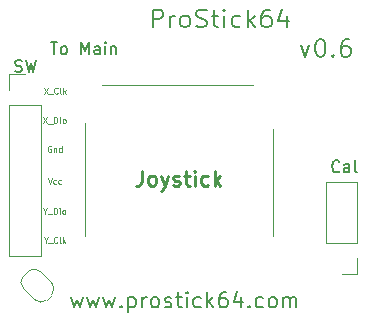
<source format=gbr>
G04 #@! TF.GenerationSoftware,KiCad,Pcbnew,(5.1.6-0-10_14)*
G04 #@! TF.CreationDate,2020-11-17T18:44:15+01:00*
G04 #@! TF.ProjectId,ProStick64_PCB_v6,50726f53-7469-4636-9b36-345f5043425f,rev?*
G04 #@! TF.SameCoordinates,Original*
G04 #@! TF.FileFunction,Legend,Top*
G04 #@! TF.FilePolarity,Positive*
%FSLAX46Y46*%
G04 Gerber Fmt 4.6, Leading zero omitted, Abs format (unit mm)*
G04 Created by KiCad (PCBNEW (5.1.6-0-10_14)) date 2020-11-17 18:44:15*
%MOMM*%
%LPD*%
G01*
G04 APERTURE LIST*
%ADD10C,0.150000*%
%ADD11C,0.100000*%
%ADD12C,0.120000*%
%ADD13C,0.254000*%
G04 APERTURE END LIST*
D10*
X136904761Y-85021428D02*
X137152380Y-85888095D01*
X137400000Y-85269047D01*
X137647619Y-85888095D01*
X137895238Y-85021428D01*
X138266666Y-85021428D02*
X138514285Y-85888095D01*
X138761904Y-85269047D01*
X139009523Y-85888095D01*
X139257142Y-85021428D01*
X139628571Y-85021428D02*
X139876190Y-85888095D01*
X140123809Y-85269047D01*
X140371428Y-85888095D01*
X140619047Y-85021428D01*
X141114285Y-85764285D02*
X141176190Y-85826190D01*
X141114285Y-85888095D01*
X141052380Y-85826190D01*
X141114285Y-85764285D01*
X141114285Y-85888095D01*
X141733333Y-85021428D02*
X141733333Y-86321428D01*
X141733333Y-85083333D02*
X141857142Y-85021428D01*
X142104761Y-85021428D01*
X142228571Y-85083333D01*
X142290476Y-85145238D01*
X142352380Y-85269047D01*
X142352380Y-85640476D01*
X142290476Y-85764285D01*
X142228571Y-85826190D01*
X142104761Y-85888095D01*
X141857142Y-85888095D01*
X141733333Y-85826190D01*
X142909523Y-85888095D02*
X142909523Y-85021428D01*
X142909523Y-85269047D02*
X142971428Y-85145238D01*
X143033333Y-85083333D01*
X143157142Y-85021428D01*
X143280952Y-85021428D01*
X143900000Y-85888095D02*
X143776190Y-85826190D01*
X143714285Y-85764285D01*
X143652380Y-85640476D01*
X143652380Y-85269047D01*
X143714285Y-85145238D01*
X143776190Y-85083333D01*
X143900000Y-85021428D01*
X144085714Y-85021428D01*
X144209523Y-85083333D01*
X144271428Y-85145238D01*
X144333333Y-85269047D01*
X144333333Y-85640476D01*
X144271428Y-85764285D01*
X144209523Y-85826190D01*
X144085714Y-85888095D01*
X143900000Y-85888095D01*
X144828571Y-85826190D02*
X144952380Y-85888095D01*
X145200000Y-85888095D01*
X145323809Y-85826190D01*
X145385714Y-85702380D01*
X145385714Y-85640476D01*
X145323809Y-85516666D01*
X145200000Y-85454761D01*
X145014285Y-85454761D01*
X144890476Y-85392857D01*
X144828571Y-85269047D01*
X144828571Y-85207142D01*
X144890476Y-85083333D01*
X145014285Y-85021428D01*
X145200000Y-85021428D01*
X145323809Y-85083333D01*
X145757142Y-85021428D02*
X146252380Y-85021428D01*
X145942857Y-84588095D02*
X145942857Y-85702380D01*
X146004761Y-85826190D01*
X146128571Y-85888095D01*
X146252380Y-85888095D01*
X146685714Y-85888095D02*
X146685714Y-85021428D01*
X146685714Y-84588095D02*
X146623809Y-84650000D01*
X146685714Y-84711904D01*
X146747619Y-84650000D01*
X146685714Y-84588095D01*
X146685714Y-84711904D01*
X147861904Y-85826190D02*
X147738095Y-85888095D01*
X147490476Y-85888095D01*
X147366666Y-85826190D01*
X147304761Y-85764285D01*
X147242857Y-85640476D01*
X147242857Y-85269047D01*
X147304761Y-85145238D01*
X147366666Y-85083333D01*
X147490476Y-85021428D01*
X147738095Y-85021428D01*
X147861904Y-85083333D01*
X148419047Y-85888095D02*
X148419047Y-84588095D01*
X148542857Y-85392857D02*
X148914285Y-85888095D01*
X148914285Y-85021428D02*
X148419047Y-85516666D01*
X150028571Y-84588095D02*
X149780952Y-84588095D01*
X149657142Y-84650000D01*
X149595238Y-84711904D01*
X149471428Y-84897619D01*
X149409523Y-85145238D01*
X149409523Y-85640476D01*
X149471428Y-85764285D01*
X149533333Y-85826190D01*
X149657142Y-85888095D01*
X149904761Y-85888095D01*
X150028571Y-85826190D01*
X150090476Y-85764285D01*
X150152380Y-85640476D01*
X150152380Y-85330952D01*
X150090476Y-85207142D01*
X150028571Y-85145238D01*
X149904761Y-85083333D01*
X149657142Y-85083333D01*
X149533333Y-85145238D01*
X149471428Y-85207142D01*
X149409523Y-85330952D01*
X151266666Y-85021428D02*
X151266666Y-85888095D01*
X150957142Y-84526190D02*
X150647619Y-85454761D01*
X151452380Y-85454761D01*
X151947619Y-85764285D02*
X152009523Y-85826190D01*
X151947619Y-85888095D01*
X151885714Y-85826190D01*
X151947619Y-85764285D01*
X151947619Y-85888095D01*
X153123809Y-85826190D02*
X153000000Y-85888095D01*
X152752380Y-85888095D01*
X152628571Y-85826190D01*
X152566666Y-85764285D01*
X152504761Y-85640476D01*
X152504761Y-85269047D01*
X152566666Y-85145238D01*
X152628571Y-85083333D01*
X152752380Y-85021428D01*
X153000000Y-85021428D01*
X153123809Y-85083333D01*
X153866666Y-85888095D02*
X153742857Y-85826190D01*
X153680952Y-85764285D01*
X153619047Y-85640476D01*
X153619047Y-85269047D01*
X153680952Y-85145238D01*
X153742857Y-85083333D01*
X153866666Y-85021428D01*
X154052380Y-85021428D01*
X154176190Y-85083333D01*
X154238095Y-85145238D01*
X154300000Y-85269047D01*
X154300000Y-85640476D01*
X154238095Y-85764285D01*
X154176190Y-85826190D01*
X154052380Y-85888095D01*
X153866666Y-85888095D01*
X154857142Y-85888095D02*
X154857142Y-85021428D01*
X154857142Y-85145238D02*
X154919047Y-85083333D01*
X155042857Y-85021428D01*
X155228571Y-85021428D01*
X155352380Y-85083333D01*
X155414285Y-85207142D01*
X155414285Y-85888095D01*
X155414285Y-85207142D02*
X155476190Y-85083333D01*
X155600000Y-85021428D01*
X155785714Y-85021428D01*
X155909523Y-85083333D01*
X155971428Y-85207142D01*
X155971428Y-85888095D01*
X156357142Y-63678571D02*
X156714285Y-64678571D01*
X157071428Y-63678571D01*
X157928571Y-63178571D02*
X158071428Y-63178571D01*
X158214285Y-63250000D01*
X158285714Y-63321428D01*
X158357142Y-63464285D01*
X158428571Y-63750000D01*
X158428571Y-64107142D01*
X158357142Y-64392857D01*
X158285714Y-64535714D01*
X158214285Y-64607142D01*
X158071428Y-64678571D01*
X157928571Y-64678571D01*
X157785714Y-64607142D01*
X157714285Y-64535714D01*
X157642857Y-64392857D01*
X157571428Y-64107142D01*
X157571428Y-63750000D01*
X157642857Y-63464285D01*
X157714285Y-63321428D01*
X157785714Y-63250000D01*
X157928571Y-63178571D01*
X159071428Y-64535714D02*
X159142857Y-64607142D01*
X159071428Y-64678571D01*
X159000000Y-64607142D01*
X159071428Y-64535714D01*
X159071428Y-64678571D01*
X160428571Y-63178571D02*
X160142857Y-63178571D01*
X160000000Y-63250000D01*
X159928571Y-63321428D01*
X159785714Y-63535714D01*
X159714285Y-63821428D01*
X159714285Y-64392857D01*
X159785714Y-64535714D01*
X159857142Y-64607142D01*
X160000000Y-64678571D01*
X160285714Y-64678571D01*
X160428571Y-64607142D01*
X160500000Y-64535714D01*
X160571428Y-64392857D01*
X160571428Y-64035714D01*
X160500000Y-63892857D01*
X160428571Y-63821428D01*
X160285714Y-63750000D01*
X160000000Y-63750000D01*
X159857142Y-63821428D01*
X159785714Y-63892857D01*
X159714285Y-64035714D01*
D11*
X134547619Y-69785190D02*
X134880952Y-70285190D01*
X134880952Y-69785190D02*
X134547619Y-70285190D01*
X134952380Y-70332809D02*
X135333333Y-70332809D01*
X135452380Y-70285190D02*
X135452380Y-69785190D01*
X135571428Y-69785190D01*
X135642857Y-69809000D01*
X135690476Y-69856619D01*
X135714285Y-69904238D01*
X135738095Y-69999476D01*
X135738095Y-70070904D01*
X135714285Y-70166142D01*
X135690476Y-70213761D01*
X135642857Y-70261380D01*
X135571428Y-70285190D01*
X135452380Y-70285190D01*
X135952380Y-70285190D02*
X135952380Y-69951857D01*
X135952380Y-69785190D02*
X135928571Y-69809000D01*
X135952380Y-69832809D01*
X135976190Y-69809000D01*
X135952380Y-69785190D01*
X135952380Y-69832809D01*
X136261904Y-70285190D02*
X136214285Y-70261380D01*
X136190476Y-70237571D01*
X136166666Y-70189952D01*
X136166666Y-70047095D01*
X136190476Y-69999476D01*
X136214285Y-69975666D01*
X136261904Y-69951857D01*
X136333333Y-69951857D01*
X136380952Y-69975666D01*
X136404761Y-69999476D01*
X136428571Y-70047095D01*
X136428571Y-70189952D01*
X136404761Y-70237571D01*
X136380952Y-70261380D01*
X136333333Y-70285190D01*
X136261904Y-70285190D01*
X134726190Y-80188095D02*
X134726190Y-80426190D01*
X134559523Y-79926190D02*
X134726190Y-80188095D01*
X134892857Y-79926190D01*
X134940476Y-80473809D02*
X135321428Y-80473809D01*
X135726190Y-80378571D02*
X135702380Y-80402380D01*
X135630952Y-80426190D01*
X135583333Y-80426190D01*
X135511904Y-80402380D01*
X135464285Y-80354761D01*
X135440476Y-80307142D01*
X135416666Y-80211904D01*
X135416666Y-80140476D01*
X135440476Y-80045238D01*
X135464285Y-79997619D01*
X135511904Y-79950000D01*
X135583333Y-79926190D01*
X135630952Y-79926190D01*
X135702380Y-79950000D01*
X135726190Y-79973809D01*
X136011904Y-80426190D02*
X135964285Y-80402380D01*
X135940476Y-80354761D01*
X135940476Y-79926190D01*
X136202380Y-80426190D02*
X136202380Y-79926190D01*
X136250000Y-80235714D02*
X136392857Y-80426190D01*
X136392857Y-80092857D02*
X136202380Y-80283333D01*
X134714285Y-77738095D02*
X134714285Y-77976190D01*
X134547619Y-77476190D02*
X134714285Y-77738095D01*
X134880952Y-77476190D01*
X134928571Y-78023809D02*
X135309523Y-78023809D01*
X135428571Y-77976190D02*
X135428571Y-77476190D01*
X135547619Y-77476190D01*
X135619047Y-77500000D01*
X135666666Y-77547619D01*
X135690476Y-77595238D01*
X135714285Y-77690476D01*
X135714285Y-77761904D01*
X135690476Y-77857142D01*
X135666666Y-77904761D01*
X135619047Y-77952380D01*
X135547619Y-77976190D01*
X135428571Y-77976190D01*
X135928571Y-77976190D02*
X135928571Y-77642857D01*
X135928571Y-77476190D02*
X135904761Y-77500000D01*
X135928571Y-77523809D01*
X135952380Y-77500000D01*
X135928571Y-77476190D01*
X135928571Y-77523809D01*
X136238095Y-77976190D02*
X136190476Y-77952380D01*
X136166666Y-77928571D01*
X136142857Y-77880952D01*
X136142857Y-77738095D01*
X136166666Y-77690476D01*
X136190476Y-77666666D01*
X136238095Y-77642857D01*
X136309523Y-77642857D01*
X136357142Y-77666666D01*
X136380952Y-77690476D01*
X136404761Y-77738095D01*
X136404761Y-77880952D01*
X136380952Y-77928571D01*
X136357142Y-77952380D01*
X136309523Y-77976190D01*
X136238095Y-77976190D01*
X134904761Y-74926190D02*
X135071428Y-75426190D01*
X135238095Y-74926190D01*
X135619047Y-75402380D02*
X135571428Y-75426190D01*
X135476190Y-75426190D01*
X135428571Y-75402380D01*
X135404761Y-75378571D01*
X135380952Y-75330952D01*
X135380952Y-75188095D01*
X135404761Y-75140476D01*
X135428571Y-75116666D01*
X135476190Y-75092857D01*
X135571428Y-75092857D01*
X135619047Y-75116666D01*
X136047619Y-75402380D02*
X136000000Y-75426190D01*
X135904761Y-75426190D01*
X135857142Y-75402380D01*
X135833333Y-75378571D01*
X135809523Y-75330952D01*
X135809523Y-75188095D01*
X135833333Y-75140476D01*
X135857142Y-75116666D01*
X135904761Y-75092857D01*
X136000000Y-75092857D01*
X136047619Y-75116666D01*
X134559523Y-67285190D02*
X134892857Y-67785190D01*
X134892857Y-67285190D02*
X134559523Y-67785190D01*
X134964285Y-67832809D02*
X135345238Y-67832809D01*
X135750000Y-67737571D02*
X135726190Y-67761380D01*
X135654761Y-67785190D01*
X135607142Y-67785190D01*
X135535714Y-67761380D01*
X135488095Y-67713761D01*
X135464285Y-67666142D01*
X135440476Y-67570904D01*
X135440476Y-67499476D01*
X135464285Y-67404238D01*
X135488095Y-67356619D01*
X135535714Y-67309000D01*
X135607142Y-67285190D01*
X135654761Y-67285190D01*
X135726190Y-67309000D01*
X135750000Y-67332809D01*
X136035714Y-67785190D02*
X135988095Y-67761380D01*
X135964285Y-67713761D01*
X135964285Y-67285190D01*
X136226190Y-67785190D02*
X136226190Y-67285190D01*
X136273809Y-67594714D02*
X136416666Y-67785190D01*
X136416666Y-67451857D02*
X136226190Y-67642333D01*
X135178571Y-72250000D02*
X135130952Y-72226190D01*
X135059523Y-72226190D01*
X134988095Y-72250000D01*
X134940476Y-72297619D01*
X134916666Y-72345238D01*
X134892857Y-72440476D01*
X134892857Y-72511904D01*
X134916666Y-72607142D01*
X134940476Y-72654761D01*
X134988095Y-72702380D01*
X135059523Y-72726190D01*
X135107142Y-72726190D01*
X135178571Y-72702380D01*
X135202380Y-72678571D01*
X135202380Y-72511904D01*
X135107142Y-72511904D01*
X135416666Y-72392857D02*
X135416666Y-72726190D01*
X135416666Y-72440476D02*
X135440476Y-72416666D01*
X135488095Y-72392857D01*
X135559523Y-72392857D01*
X135607142Y-72416666D01*
X135630952Y-72464285D01*
X135630952Y-72726190D01*
X136083333Y-72726190D02*
X136083333Y-72226190D01*
X136083333Y-72702380D02*
X136035714Y-72726190D01*
X135940476Y-72726190D01*
X135892857Y-72702380D01*
X135869047Y-72678571D01*
X135845238Y-72630952D01*
X135845238Y-72488095D01*
X135869047Y-72440476D01*
X135892857Y-72416666D01*
X135940476Y-72392857D01*
X136035714Y-72392857D01*
X136083333Y-72416666D01*
D10*
X143785714Y-62178571D02*
X143785714Y-60678571D01*
X144357142Y-60678571D01*
X144500000Y-60750000D01*
X144571428Y-60821428D01*
X144642857Y-60964285D01*
X144642857Y-61178571D01*
X144571428Y-61321428D01*
X144500000Y-61392857D01*
X144357142Y-61464285D01*
X143785714Y-61464285D01*
X145285714Y-62178571D02*
X145285714Y-61178571D01*
X145285714Y-61464285D02*
X145357142Y-61321428D01*
X145428571Y-61250000D01*
X145571428Y-61178571D01*
X145714285Y-61178571D01*
X146428571Y-62178571D02*
X146285714Y-62107142D01*
X146214285Y-62035714D01*
X146142857Y-61892857D01*
X146142857Y-61464285D01*
X146214285Y-61321428D01*
X146285714Y-61250000D01*
X146428571Y-61178571D01*
X146642857Y-61178571D01*
X146785714Y-61250000D01*
X146857142Y-61321428D01*
X146928571Y-61464285D01*
X146928571Y-61892857D01*
X146857142Y-62035714D01*
X146785714Y-62107142D01*
X146642857Y-62178571D01*
X146428571Y-62178571D01*
X147500000Y-62107142D02*
X147714285Y-62178571D01*
X148071428Y-62178571D01*
X148214285Y-62107142D01*
X148285714Y-62035714D01*
X148357142Y-61892857D01*
X148357142Y-61750000D01*
X148285714Y-61607142D01*
X148214285Y-61535714D01*
X148071428Y-61464285D01*
X147785714Y-61392857D01*
X147642857Y-61321428D01*
X147571428Y-61250000D01*
X147500000Y-61107142D01*
X147500000Y-60964285D01*
X147571428Y-60821428D01*
X147642857Y-60750000D01*
X147785714Y-60678571D01*
X148142857Y-60678571D01*
X148357142Y-60750000D01*
X148785714Y-61178571D02*
X149357142Y-61178571D01*
X149000000Y-60678571D02*
X149000000Y-61964285D01*
X149071428Y-62107142D01*
X149214285Y-62178571D01*
X149357142Y-62178571D01*
X149857142Y-62178571D02*
X149857142Y-61178571D01*
X149857142Y-60678571D02*
X149785714Y-60750000D01*
X149857142Y-60821428D01*
X149928571Y-60750000D01*
X149857142Y-60678571D01*
X149857142Y-60821428D01*
X151214285Y-62107142D02*
X151071428Y-62178571D01*
X150785714Y-62178571D01*
X150642857Y-62107142D01*
X150571428Y-62035714D01*
X150500000Y-61892857D01*
X150500000Y-61464285D01*
X150571428Y-61321428D01*
X150642857Y-61250000D01*
X150785714Y-61178571D01*
X151071428Y-61178571D01*
X151214285Y-61250000D01*
X151857142Y-62178571D02*
X151857142Y-60678571D01*
X152000000Y-61607142D02*
X152428571Y-62178571D01*
X152428571Y-61178571D02*
X151857142Y-61750000D01*
X153714285Y-60678571D02*
X153428571Y-60678571D01*
X153285714Y-60750000D01*
X153214285Y-60821428D01*
X153071428Y-61035714D01*
X153000000Y-61321428D01*
X153000000Y-61892857D01*
X153071428Y-62035714D01*
X153142857Y-62107142D01*
X153285714Y-62178571D01*
X153571428Y-62178571D01*
X153714285Y-62107142D01*
X153785714Y-62035714D01*
X153857142Y-61892857D01*
X153857142Y-61535714D01*
X153785714Y-61392857D01*
X153714285Y-61321428D01*
X153571428Y-61250000D01*
X153285714Y-61250000D01*
X153142857Y-61321428D01*
X153071428Y-61392857D01*
X153000000Y-61535714D01*
X155142857Y-61178571D02*
X155142857Y-62178571D01*
X154785714Y-60607142D02*
X154428571Y-61678571D01*
X155357142Y-61678571D01*
D12*
X134252513Y-82838299D02*
X135242463Y-83828249D01*
X135242463Y-84818198D02*
X134818198Y-85242463D01*
X133828249Y-85242463D02*
X132838299Y-84252513D01*
X132838299Y-83262564D02*
X133262564Y-82838299D01*
X135242462Y-83828249D02*
G75*
G02*
X135242463Y-84818198I-494974J-494975D01*
G01*
X134818199Y-85242463D02*
G75*
G02*
X133828249Y-85242463I-494975J494975D01*
G01*
X132838300Y-84252513D02*
G75*
G02*
X132838299Y-83262564I494974J494975D01*
G01*
X133262563Y-82838299D02*
G75*
G02*
X134252513Y-82838299I494975J-494975D01*
G01*
X131670000Y-66170000D02*
X133000000Y-66170000D01*
X131670000Y-67500000D02*
X131670000Y-66170000D01*
X131670000Y-68770000D02*
X134330000Y-68770000D01*
X134330000Y-68770000D02*
X134330000Y-81530000D01*
X131670000Y-68770000D02*
X131670000Y-81530000D01*
X131670000Y-81530000D02*
X134330000Y-81530000D01*
D11*
X138025000Y-70309000D02*
X138025000Y-70309000D01*
X138025000Y-70309000D02*
X138025000Y-79809000D01*
X138025000Y-79809000D02*
X138025000Y-79809000D01*
X138025000Y-79809000D02*
X138025000Y-70309000D01*
X154025000Y-79809000D02*
X154025000Y-79809000D01*
X154025000Y-79809000D02*
X154025000Y-70809000D01*
X154025000Y-70809000D02*
X154025000Y-70809000D01*
X154025000Y-70809000D02*
X154025000Y-79809000D01*
X152275000Y-67059000D02*
X139525000Y-67059000D01*
X139525000Y-67059000D02*
X139525000Y-67059000D01*
X139525000Y-67059000D02*
X152275000Y-67059000D01*
X152275000Y-67059000D02*
X152275000Y-67059000D01*
D12*
X161130000Y-83030000D02*
X159800000Y-83030000D01*
X161130000Y-81700000D02*
X161130000Y-83030000D01*
X161130000Y-80430000D02*
X158470000Y-80430000D01*
X158470000Y-80430000D02*
X158470000Y-75290000D01*
X161130000Y-80430000D02*
X161130000Y-75290000D01*
X161130000Y-75290000D02*
X158470000Y-75290000D01*
D10*
X132142857Y-65904761D02*
X132285714Y-65952380D01*
X132523809Y-65952380D01*
X132619047Y-65904761D01*
X132666666Y-65857142D01*
X132714285Y-65761904D01*
X132714285Y-65666666D01*
X132666666Y-65571428D01*
X132619047Y-65523809D01*
X132523809Y-65476190D01*
X132333333Y-65428571D01*
X132238095Y-65380952D01*
X132190476Y-65333333D01*
X132142857Y-65238095D01*
X132142857Y-65142857D01*
X132190476Y-65047619D01*
X132238095Y-65000000D01*
X132333333Y-64952380D01*
X132571428Y-64952380D01*
X132714285Y-65000000D01*
X133047619Y-64952380D02*
X133285714Y-65952380D01*
X133476190Y-65238095D01*
X133666666Y-65952380D01*
X133904761Y-64952380D01*
D13*
X142885476Y-74304523D02*
X142885476Y-75211666D01*
X142825000Y-75393095D01*
X142704047Y-75514047D01*
X142522619Y-75574523D01*
X142401666Y-75574523D01*
X143671666Y-75574523D02*
X143550714Y-75514047D01*
X143490238Y-75453571D01*
X143429761Y-75332619D01*
X143429761Y-74969761D01*
X143490238Y-74848809D01*
X143550714Y-74788333D01*
X143671666Y-74727857D01*
X143853095Y-74727857D01*
X143974047Y-74788333D01*
X144034523Y-74848809D01*
X144095000Y-74969761D01*
X144095000Y-75332619D01*
X144034523Y-75453571D01*
X143974047Y-75514047D01*
X143853095Y-75574523D01*
X143671666Y-75574523D01*
X144518333Y-74727857D02*
X144820714Y-75574523D01*
X145123095Y-74727857D02*
X144820714Y-75574523D01*
X144699761Y-75876904D01*
X144639285Y-75937380D01*
X144518333Y-75997857D01*
X145546428Y-75514047D02*
X145667380Y-75574523D01*
X145909285Y-75574523D01*
X146030238Y-75514047D01*
X146090714Y-75393095D01*
X146090714Y-75332619D01*
X146030238Y-75211666D01*
X145909285Y-75151190D01*
X145727857Y-75151190D01*
X145606904Y-75090714D01*
X145546428Y-74969761D01*
X145546428Y-74909285D01*
X145606904Y-74788333D01*
X145727857Y-74727857D01*
X145909285Y-74727857D01*
X146030238Y-74788333D01*
X146453571Y-74727857D02*
X146937380Y-74727857D01*
X146635000Y-74304523D02*
X146635000Y-75393095D01*
X146695476Y-75514047D01*
X146816428Y-75574523D01*
X146937380Y-75574523D01*
X147360714Y-75574523D02*
X147360714Y-74727857D01*
X147360714Y-74304523D02*
X147300238Y-74365000D01*
X147360714Y-74425476D01*
X147421190Y-74365000D01*
X147360714Y-74304523D01*
X147360714Y-74425476D01*
X148509761Y-75514047D02*
X148388809Y-75574523D01*
X148146904Y-75574523D01*
X148025952Y-75514047D01*
X147965476Y-75453571D01*
X147905000Y-75332619D01*
X147905000Y-74969761D01*
X147965476Y-74848809D01*
X148025952Y-74788333D01*
X148146904Y-74727857D01*
X148388809Y-74727857D01*
X148509761Y-74788333D01*
X149054047Y-75574523D02*
X149054047Y-74304523D01*
X149175000Y-75090714D02*
X149537857Y-75574523D01*
X149537857Y-74727857D02*
X149054047Y-75211666D01*
D10*
X159595238Y-74357142D02*
X159547619Y-74404761D01*
X159404761Y-74452380D01*
X159309523Y-74452380D01*
X159166666Y-74404761D01*
X159071428Y-74309523D01*
X159023809Y-74214285D01*
X158976190Y-74023809D01*
X158976190Y-73880952D01*
X159023809Y-73690476D01*
X159071428Y-73595238D01*
X159166666Y-73500000D01*
X159309523Y-73452380D01*
X159404761Y-73452380D01*
X159547619Y-73500000D01*
X159595238Y-73547619D01*
X160452380Y-74452380D02*
X160452380Y-73928571D01*
X160404761Y-73833333D01*
X160309523Y-73785714D01*
X160119047Y-73785714D01*
X160023809Y-73833333D01*
X160452380Y-74404761D02*
X160357142Y-74452380D01*
X160119047Y-74452380D01*
X160023809Y-74404761D01*
X159976190Y-74309523D01*
X159976190Y-74214285D01*
X160023809Y-74119047D01*
X160119047Y-74071428D01*
X160357142Y-74071428D01*
X160452380Y-74023809D01*
X161071428Y-74452380D02*
X160976190Y-74404761D01*
X160928571Y-74309523D01*
X160928571Y-73452380D01*
X135166666Y-63452380D02*
X135738095Y-63452380D01*
X135452380Y-64452380D02*
X135452380Y-63452380D01*
X136214285Y-64452380D02*
X136119047Y-64404761D01*
X136071428Y-64357142D01*
X136023809Y-64261904D01*
X136023809Y-63976190D01*
X136071428Y-63880952D01*
X136119047Y-63833333D01*
X136214285Y-63785714D01*
X136357142Y-63785714D01*
X136452380Y-63833333D01*
X136500000Y-63880952D01*
X136547619Y-63976190D01*
X136547619Y-64261904D01*
X136500000Y-64357142D01*
X136452380Y-64404761D01*
X136357142Y-64452380D01*
X136214285Y-64452380D01*
X137738095Y-64452380D02*
X137738095Y-63452380D01*
X138071428Y-64166666D01*
X138404761Y-63452380D01*
X138404761Y-64452380D01*
X139309523Y-64452380D02*
X139309523Y-63928571D01*
X139261904Y-63833333D01*
X139166666Y-63785714D01*
X138976190Y-63785714D01*
X138880952Y-63833333D01*
X139309523Y-64404761D02*
X139214285Y-64452380D01*
X138976190Y-64452380D01*
X138880952Y-64404761D01*
X138833333Y-64309523D01*
X138833333Y-64214285D01*
X138880952Y-64119047D01*
X138976190Y-64071428D01*
X139214285Y-64071428D01*
X139309523Y-64023809D01*
X139785714Y-64452380D02*
X139785714Y-63785714D01*
X139785714Y-63452380D02*
X139738095Y-63500000D01*
X139785714Y-63547619D01*
X139833333Y-63500000D01*
X139785714Y-63452380D01*
X139785714Y-63547619D01*
X140261904Y-63785714D02*
X140261904Y-64452380D01*
X140261904Y-63880952D02*
X140309523Y-63833333D01*
X140404761Y-63785714D01*
X140547619Y-63785714D01*
X140642857Y-63833333D01*
X140690476Y-63928571D01*
X140690476Y-64452380D01*
M02*

</source>
